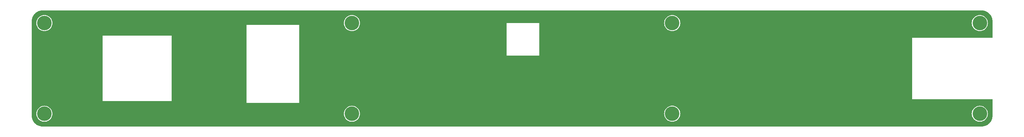
<source format=gbr>
G04 #@! TF.GenerationSoftware,KiCad,Pcbnew,7.0.2-0*
G04 #@! TF.CreationDate,2023-05-18T01:14:40+02:00*
G04 #@! TF.ProjectId,LC,4c432e6b-6963-4616-945f-706362585858,rev?*
G04 #@! TF.SameCoordinates,PXfd9f08PY7735940*
G04 #@! TF.FileFunction,Copper,L1,Top*
G04 #@! TF.FilePolarity,Positive*
%FSLAX46Y46*%
G04 Gerber Fmt 4.6, Leading zero omitted, Abs format (unit mm)*
G04 Created by KiCad (PCBNEW 7.0.2-0) date 2023-05-18 01:14:40*
%MOMM*%
%LPD*%
G01*
G04 APERTURE LIST*
G04 #@! TA.AperFunction,ComponentPad*
%ADD10C,4.000000*%
G04 #@! TD*
G04 APERTURE END LIST*
D10*
X3500000Y28500000D03*
X3500000Y3500000D03*
X88000000Y28500000D03*
X88000000Y3500000D03*
X176000000Y28500000D03*
X176000000Y3528700D03*
X260500000Y28500000D03*
X260500000Y3500000D03*
G04 #@! TA.AperFunction,NonConductor*
G36*
X261001926Y31999400D02*
G01*
X261133863Y31992484D01*
X261316396Y31982232D01*
X261323803Y31981440D01*
X261475994Y31957334D01*
X261637583Y31929878D01*
X261644309Y31928409D01*
X261797007Y31887493D01*
X261951171Y31843078D01*
X261957173Y31841065D01*
X262105567Y31784102D01*
X262107300Y31783410D01*
X262253477Y31722861D01*
X262258731Y31720440D01*
X262343722Y31677134D01*
X262401031Y31647933D01*
X262403230Y31646766D01*
X262540974Y31570638D01*
X262545483Y31567932D01*
X262679810Y31480698D01*
X262682328Y31478988D01*
X262810284Y31388197D01*
X262814032Y31385355D01*
X262938716Y31284388D01*
X262941456Y31282056D01*
X263058275Y31177660D01*
X263061291Y31174809D01*
X263174816Y31061283D01*
X263177667Y31058267D01*
X263282024Y30941492D01*
X263284356Y30938751D01*
X263385383Y30813992D01*
X263388225Y30810245D01*
X263478901Y30682450D01*
X263480612Y30679931D01*
X263567987Y30545385D01*
X263570691Y30540877D01*
X263646622Y30403491D01*
X263647791Y30401291D01*
X263720479Y30258630D01*
X263722911Y30253354D01*
X263783234Y30107722D01*
X263783952Y30105922D01*
X263841098Y29957051D01*
X263843121Y29951018D01*
X263887291Y29797701D01*
X263928433Y29644159D01*
X263929907Y29637408D01*
X263957103Y29477348D01*
X263981446Y29323649D01*
X263982241Y29316224D01*
X263992216Y29138607D01*
X263999399Y29001530D01*
X263999500Y28997689D01*
X263999500Y24524500D01*
X263982187Y24476934D01*
X263938350Y24451624D01*
X263925500Y24450500D01*
X241914816Y24450500D01*
X241914610Y24450541D01*
X241900000Y24450541D01*
X241899901Y24450500D01*
X241899617Y24450384D01*
X241899458Y24450000D01*
X241899468Y24435339D01*
X241899500Y24435184D01*
X241899500Y7564682D01*
X241899433Y7564344D01*
X241899459Y7550000D01*
X241899500Y7549901D01*
X241899616Y7549618D01*
X241899617Y7549617D01*
X241900000Y7549459D01*
X241914660Y7549469D01*
X241914817Y7549500D01*
X263925500Y7549500D01*
X263973066Y7532187D01*
X263998376Y7488350D01*
X263999500Y7475500D01*
X263999500Y3001947D01*
X263999399Y2998074D01*
X263992509Y2866624D01*
X263982230Y2683591D01*
X263981435Y2676165D01*
X263957398Y2524392D01*
X263929872Y2362386D01*
X263928397Y2355632D01*
X263887589Y2203332D01*
X263843057Y2048759D01*
X263841036Y2042732D01*
X263784241Y1894777D01*
X263783523Y1892977D01*
X263722815Y1746416D01*
X263720383Y1741140D01*
X263648085Y1599246D01*
X263646917Y1597046D01*
X263570551Y1458871D01*
X263567846Y1454363D01*
X263480892Y1320465D01*
X263479181Y1317946D01*
X263388042Y1189499D01*
X263385200Y1185752D01*
X263284635Y1061562D01*
X263282303Y1058821D01*
X263177424Y941462D01*
X263174573Y938446D01*
X263061565Y825437D01*
X263058548Y822585D01*
X262941141Y717665D01*
X262938402Y715334D01*
X262814292Y614831D01*
X262810544Y611989D01*
X262681936Y520735D01*
X262679417Y519024D01*
X262545723Y432202D01*
X262541215Y429497D01*
X262402718Y352953D01*
X262400519Y351786D01*
X262258978Y279666D01*
X262253701Y277233D01*
X262106622Y216311D01*
X262104823Y215593D01*
X261957411Y159006D01*
X261951377Y156983D01*
X261795943Y112202D01*
X261644533Y71631D01*
X261637782Y70157D01*
X261474144Y42353D01*
X261324012Y18575D01*
X261316587Y17780D01*
X261128289Y7205D01*
X261002304Y601D01*
X260998431Y500D01*
X3001946Y500D01*
X2998073Y601D01*
X2866617Y7491D01*
X2683589Y17770D01*
X2676163Y18565D01*
X2524369Y42606D01*
X2362395Y70126D01*
X2355639Y71601D01*
X2203297Y112421D01*
X2048769Y156941D01*
X2042742Y158962D01*
X1894724Y215780D01*
X1892925Y216498D01*
X1746432Y277177D01*
X1741154Y279610D01*
X1599197Y351942D01*
X1596998Y353109D01*
X1458907Y429428D01*
X1454399Y432133D01*
X1320396Y519156D01*
X1317877Y520867D01*
X1189560Y611914D01*
X1185812Y614756D01*
X1061488Y715431D01*
X1058748Y717762D01*
X941531Y822513D01*
X938515Y825365D01*
X825363Y938517D01*
X822511Y941533D01*
X717760Y1058750D01*
X715429Y1061490D01*
X614754Y1185814D01*
X611912Y1189562D01*
X537144Y1294936D01*
X520858Y1317889D01*
X519154Y1320398D01*
X432122Y1454416D01*
X429436Y1458892D01*
X353107Y1597000D01*
X351940Y1599199D01*
X325221Y1651636D01*
X279602Y1741168D01*
X277180Y1746422D01*
X216476Y1892977D01*
X215778Y1894726D01*
X215758Y1894777D01*
X158959Y2042745D01*
X156938Y2048774D01*
X112411Y2203332D01*
X71596Y2355654D01*
X70132Y2362356D01*
X42611Y2524334D01*
X18561Y2676178D01*
X17769Y2683573D01*
X7503Y2866372D01*
X601Y2998074D01*
X500Y3001946D01*
X500Y3500000D01*
X1294778Y3500000D01*
X1313644Y3212161D01*
X1369919Y2929247D01*
X1370693Y2926965D01*
X1370695Y2926960D01*
X1453308Y2683591D01*
X1462641Y2656098D01*
X1463710Y2653930D01*
X1463711Y2653928D01*
X1589150Y2399561D01*
X1589156Y2399551D01*
X1590222Y2397389D01*
X1591566Y2395377D01*
X1591567Y2395376D01*
X1749137Y2159555D01*
X1749141Y2159549D01*
X1750480Y2157546D01*
X1752067Y2155736D01*
X1752072Y2155730D01*
X1851169Y2042732D01*
X1940673Y1940673D01*
X1942493Y1939077D01*
X2155729Y1752073D01*
X2155733Y1752070D01*
X2157546Y1750480D01*
X2397389Y1590222D01*
X2399555Y1589154D01*
X2399560Y1589151D01*
X2526743Y1526432D01*
X2656098Y1462641D01*
X2929247Y1369919D01*
X3212161Y1313644D01*
X3500000Y1294778D01*
X3787839Y1313644D01*
X4070753Y1369919D01*
X4343902Y1462641D01*
X4602611Y1590222D01*
X4842454Y1750480D01*
X5059327Y1940673D01*
X5249520Y2157546D01*
X5409778Y2397389D01*
X5537359Y2656098D01*
X5630081Y2929247D01*
X5686356Y3212161D01*
X5705222Y3500000D01*
X85794778Y3500000D01*
X85813644Y3212161D01*
X85869919Y2929247D01*
X85870693Y2926965D01*
X85870695Y2926960D01*
X85953308Y2683591D01*
X85962641Y2656098D01*
X85963710Y2653930D01*
X85963711Y2653928D01*
X86089150Y2399561D01*
X86089156Y2399551D01*
X86090222Y2397389D01*
X86091566Y2395377D01*
X86091567Y2395376D01*
X86249137Y2159555D01*
X86249141Y2159549D01*
X86250480Y2157546D01*
X86252067Y2155736D01*
X86252072Y2155730D01*
X86351169Y2042732D01*
X86440673Y1940673D01*
X86442493Y1939077D01*
X86655729Y1752073D01*
X86655733Y1752070D01*
X86657546Y1750480D01*
X86897389Y1590222D01*
X86899555Y1589154D01*
X86899560Y1589151D01*
X87026743Y1526432D01*
X87156098Y1462641D01*
X87429247Y1369919D01*
X87712161Y1313644D01*
X88000000Y1294778D01*
X88287839Y1313644D01*
X88570753Y1369919D01*
X88843902Y1462641D01*
X89102611Y1590222D01*
X89342454Y1750480D01*
X89559327Y1940673D01*
X89749520Y2157546D01*
X89909778Y2397389D01*
X90037359Y2656098D01*
X90130081Y2929247D01*
X90186356Y3212161D01*
X90205222Y3500000D01*
X90203341Y3528700D01*
X173794778Y3528700D01*
X173813644Y3240861D01*
X173869919Y2957947D01*
X173870693Y2955665D01*
X173870695Y2955660D01*
X173900919Y2866624D01*
X173962641Y2684798D01*
X173963710Y2682630D01*
X173963711Y2682628D01*
X174089150Y2428261D01*
X174089156Y2428251D01*
X174090222Y2426089D01*
X174091566Y2424077D01*
X174091567Y2424076D01*
X174249137Y2188255D01*
X174249141Y2188249D01*
X174250480Y2186246D01*
X174252067Y2184436D01*
X174252072Y2184430D01*
X174371040Y2048774D01*
X174440673Y1969373D01*
X174442493Y1967777D01*
X174655729Y1780773D01*
X174655733Y1780770D01*
X174657546Y1779180D01*
X174659551Y1777841D01*
X174659554Y1777838D01*
X174702507Y1749138D01*
X174897389Y1618922D01*
X174899555Y1617854D01*
X174899560Y1617851D01*
X175026743Y1555132D01*
X175156098Y1491341D01*
X175429247Y1398619D01*
X175712161Y1342344D01*
X176000000Y1323478D01*
X176287839Y1342344D01*
X176570753Y1398619D01*
X176843902Y1491341D01*
X177102611Y1618922D01*
X177342454Y1779180D01*
X177559327Y1969373D01*
X177749520Y2186246D01*
X177909778Y2426089D01*
X178037359Y2684798D01*
X178130081Y2957947D01*
X178186356Y3240861D01*
X178203341Y3500000D01*
X258294778Y3500000D01*
X258313644Y3212161D01*
X258369919Y2929247D01*
X258370693Y2926965D01*
X258370695Y2926960D01*
X258453308Y2683591D01*
X258462641Y2656098D01*
X258463710Y2653930D01*
X258463711Y2653928D01*
X258589150Y2399561D01*
X258589156Y2399551D01*
X258590222Y2397389D01*
X258591566Y2395377D01*
X258591567Y2395376D01*
X258749137Y2159555D01*
X258749141Y2159549D01*
X258750480Y2157546D01*
X258752067Y2155736D01*
X258752072Y2155730D01*
X258851169Y2042732D01*
X258940673Y1940673D01*
X258942493Y1939077D01*
X259155729Y1752073D01*
X259155733Y1752070D01*
X259157546Y1750480D01*
X259397389Y1590222D01*
X259399555Y1589154D01*
X259399560Y1589151D01*
X259526743Y1526432D01*
X259656098Y1462641D01*
X259929247Y1369919D01*
X260212161Y1313644D01*
X260500000Y1294778D01*
X260787839Y1313644D01*
X261070753Y1369919D01*
X261343902Y1462641D01*
X261602611Y1590222D01*
X261842454Y1750480D01*
X262059327Y1940673D01*
X262249520Y2157546D01*
X262409778Y2397389D01*
X262537359Y2656098D01*
X262630081Y2929247D01*
X262686356Y3212161D01*
X262705222Y3500000D01*
X262686356Y3787839D01*
X262630081Y4070753D01*
X262537359Y4343902D01*
X262409778Y4602611D01*
X262249520Y4842454D01*
X262222757Y4872971D01*
X262060923Y5057507D01*
X262059327Y5059327D01*
X262024780Y5089624D01*
X261844270Y5247928D01*
X261844264Y5247933D01*
X261842454Y5249520D01*
X261840451Y5250859D01*
X261840445Y5250863D01*
X261604624Y5408433D01*
X261604623Y5408434D01*
X261602611Y5409778D01*
X261600449Y5410844D01*
X261600439Y5410850D01*
X261346072Y5536289D01*
X261346070Y5536290D01*
X261343902Y5537359D01*
X261341615Y5538136D01*
X261341611Y5538137D01*
X261073040Y5629305D01*
X261073035Y5629307D01*
X261070753Y5630081D01*
X261047288Y5634749D01*
X260790208Y5685885D01*
X260790204Y5685886D01*
X260787839Y5686356D01*
X260785435Y5686514D01*
X260785432Y5686514D01*
X260502411Y5705064D01*
X260500000Y5705222D01*
X260497589Y5705064D01*
X260214567Y5686514D01*
X260214562Y5686514D01*
X260212161Y5686356D01*
X260209797Y5685886D01*
X260209791Y5685885D01*
X259931619Y5630553D01*
X259931616Y5630553D01*
X259929247Y5630081D01*
X259926968Y5629308D01*
X259926959Y5629305D01*
X259658388Y5538137D01*
X259658379Y5538134D01*
X259656098Y5537359D01*
X259653934Y5536293D01*
X259653927Y5536289D01*
X259399560Y5410850D01*
X259399543Y5410841D01*
X259397389Y5409778D01*
X259395382Y5408438D01*
X259395375Y5408433D01*
X259159554Y5250863D01*
X259159540Y5250853D01*
X259157546Y5249520D01*
X259155742Y5247939D01*
X259155729Y5247928D01*
X258942493Y5060924D01*
X258942485Y5060917D01*
X258940673Y5059327D01*
X258939083Y5057515D01*
X258939076Y5057507D01*
X258752072Y4844271D01*
X258752061Y4844258D01*
X258750480Y4842454D01*
X258749147Y4840460D01*
X258749137Y4840446D01*
X258591567Y4604625D01*
X258591562Y4604618D01*
X258590222Y4602611D01*
X258589159Y4600457D01*
X258589150Y4600440D01*
X258463711Y4346073D01*
X258463707Y4346066D01*
X258462641Y4343902D01*
X258461866Y4341621D01*
X258461863Y4341612D01*
X258370695Y4073041D01*
X258370692Y4073032D01*
X258369919Y4070753D01*
X258369447Y4068384D01*
X258369447Y4068381D01*
X258319353Y3816539D01*
X258313644Y3787839D01*
X258294778Y3500000D01*
X178203341Y3500000D01*
X178205222Y3528700D01*
X178186356Y3816539D01*
X178130081Y4099453D01*
X178037359Y4372602D01*
X177925002Y4600440D01*
X177910849Y4629140D01*
X177910846Y4629145D01*
X177909778Y4631311D01*
X177830868Y4749407D01*
X177750862Y4869146D01*
X177750859Y4869149D01*
X177749520Y4871154D01*
X177559327Y5088027D01*
X177557506Y5089624D01*
X177344270Y5276628D01*
X177344264Y5276633D01*
X177342454Y5278220D01*
X177340451Y5279559D01*
X177340445Y5279563D01*
X177104624Y5437133D01*
X177104623Y5437134D01*
X177102611Y5438478D01*
X177100449Y5439544D01*
X177100439Y5439550D01*
X176846072Y5564989D01*
X176846070Y5564990D01*
X176843902Y5566059D01*
X176841615Y5566836D01*
X176841611Y5566837D01*
X176573040Y5658005D01*
X176573035Y5658007D01*
X176570753Y5658781D01*
X176431330Y5686514D01*
X176290208Y5714585D01*
X176290204Y5714586D01*
X176287839Y5715056D01*
X176285435Y5715214D01*
X176285432Y5715214D01*
X176002411Y5733764D01*
X176000000Y5733922D01*
X175997589Y5733764D01*
X175714567Y5715214D01*
X175714562Y5715214D01*
X175712161Y5715056D01*
X175709797Y5714586D01*
X175709791Y5714585D01*
X175431619Y5659253D01*
X175431616Y5659253D01*
X175429247Y5658781D01*
X175426968Y5658008D01*
X175426959Y5658005D01*
X175158388Y5566837D01*
X175158379Y5566834D01*
X175156098Y5566059D01*
X175153934Y5564993D01*
X175153927Y5564989D01*
X174899560Y5439550D01*
X174899543Y5439541D01*
X174897389Y5438478D01*
X174895382Y5437138D01*
X174895375Y5437133D01*
X174659554Y5279563D01*
X174659540Y5279553D01*
X174657546Y5278220D01*
X174655742Y5276639D01*
X174655729Y5276628D01*
X174442493Y5089624D01*
X174442485Y5089617D01*
X174440673Y5088027D01*
X174439083Y5086215D01*
X174439076Y5086207D01*
X174252072Y4872971D01*
X174252061Y4872958D01*
X174250480Y4871154D01*
X174249147Y4869160D01*
X174249137Y4869146D01*
X174091567Y4633325D01*
X174091562Y4633318D01*
X174090222Y4631311D01*
X174089159Y4629157D01*
X174089150Y4629140D01*
X173963711Y4374773D01*
X173963707Y4374766D01*
X173962641Y4372602D01*
X173961866Y4370321D01*
X173961863Y4370312D01*
X173870695Y4101741D01*
X173870692Y4101732D01*
X173869919Y4099453D01*
X173813644Y3816539D01*
X173794778Y3528700D01*
X90203341Y3528700D01*
X90186356Y3787839D01*
X90130081Y4070753D01*
X90037359Y4343902D01*
X89909778Y4602611D01*
X89749520Y4842454D01*
X89722757Y4872971D01*
X89560923Y5057507D01*
X89559327Y5059327D01*
X89524780Y5089624D01*
X89344270Y5247928D01*
X89344264Y5247933D01*
X89342454Y5249520D01*
X89340451Y5250859D01*
X89340445Y5250863D01*
X89104624Y5408433D01*
X89104623Y5408434D01*
X89102611Y5409778D01*
X89100449Y5410844D01*
X89100439Y5410850D01*
X88846072Y5536289D01*
X88846070Y5536290D01*
X88843902Y5537359D01*
X88841615Y5538136D01*
X88841611Y5538137D01*
X88573040Y5629305D01*
X88573035Y5629307D01*
X88570753Y5630081D01*
X88547288Y5634749D01*
X88290208Y5685885D01*
X88290204Y5685886D01*
X88287839Y5686356D01*
X88285435Y5686514D01*
X88285432Y5686514D01*
X88002411Y5705064D01*
X88000000Y5705222D01*
X87997589Y5705064D01*
X87714567Y5686514D01*
X87714562Y5686514D01*
X87712161Y5686356D01*
X87709797Y5685886D01*
X87709791Y5685885D01*
X87431619Y5630553D01*
X87431616Y5630553D01*
X87429247Y5630081D01*
X87426968Y5629308D01*
X87426959Y5629305D01*
X87158388Y5538137D01*
X87158379Y5538134D01*
X87156098Y5537359D01*
X87153934Y5536293D01*
X87153927Y5536289D01*
X86899560Y5410850D01*
X86899543Y5410841D01*
X86897389Y5409778D01*
X86895382Y5408438D01*
X86895375Y5408433D01*
X86659554Y5250863D01*
X86659540Y5250853D01*
X86657546Y5249520D01*
X86655742Y5247939D01*
X86655729Y5247928D01*
X86442493Y5060924D01*
X86442485Y5060917D01*
X86440673Y5059327D01*
X86439083Y5057515D01*
X86439076Y5057507D01*
X86252072Y4844271D01*
X86252061Y4844258D01*
X86250480Y4842454D01*
X86249147Y4840460D01*
X86249137Y4840446D01*
X86091567Y4604625D01*
X86091562Y4604618D01*
X86090222Y4602611D01*
X86089159Y4600457D01*
X86089150Y4600440D01*
X85963711Y4346073D01*
X85963707Y4346066D01*
X85962641Y4343902D01*
X85961866Y4341621D01*
X85961863Y4341612D01*
X85870695Y4073041D01*
X85870692Y4073032D01*
X85869919Y4070753D01*
X85869447Y4068384D01*
X85869447Y4068381D01*
X85819353Y3816539D01*
X85813644Y3787839D01*
X85794778Y3500000D01*
X5705222Y3500000D01*
X5686356Y3787839D01*
X5630081Y4070753D01*
X5537359Y4343902D01*
X5409778Y4602611D01*
X5249520Y4842454D01*
X5222757Y4872971D01*
X5060923Y5057507D01*
X5059327Y5059327D01*
X5024780Y5089624D01*
X4844270Y5247928D01*
X4844264Y5247933D01*
X4842454Y5249520D01*
X4840451Y5250859D01*
X4840445Y5250863D01*
X4604624Y5408433D01*
X4604623Y5408434D01*
X4602611Y5409778D01*
X4600449Y5410844D01*
X4600439Y5410850D01*
X4346072Y5536289D01*
X4346070Y5536290D01*
X4343902Y5537359D01*
X4341615Y5538136D01*
X4341611Y5538137D01*
X4073040Y5629305D01*
X4073035Y5629307D01*
X4070753Y5630081D01*
X4047288Y5634749D01*
X3790208Y5685885D01*
X3790204Y5685886D01*
X3787839Y5686356D01*
X3785435Y5686514D01*
X3785432Y5686514D01*
X3502411Y5705064D01*
X3500000Y5705222D01*
X3497589Y5705064D01*
X3214567Y5686514D01*
X3214562Y5686514D01*
X3212161Y5686356D01*
X3209797Y5685886D01*
X3209791Y5685885D01*
X2931619Y5630553D01*
X2931616Y5630553D01*
X2929247Y5630081D01*
X2926968Y5629308D01*
X2926959Y5629305D01*
X2658388Y5538137D01*
X2658379Y5538134D01*
X2656098Y5537359D01*
X2653934Y5536293D01*
X2653927Y5536289D01*
X2399560Y5410850D01*
X2399543Y5410841D01*
X2397389Y5409778D01*
X2395382Y5408438D01*
X2395375Y5408433D01*
X2159554Y5250863D01*
X2159540Y5250853D01*
X2157546Y5249520D01*
X2155742Y5247939D01*
X2155729Y5247928D01*
X1942493Y5060924D01*
X1942485Y5060917D01*
X1940673Y5059327D01*
X1939083Y5057515D01*
X1939076Y5057507D01*
X1752072Y4844271D01*
X1752061Y4844258D01*
X1750480Y4842454D01*
X1749147Y4840460D01*
X1749137Y4840446D01*
X1591567Y4604625D01*
X1591562Y4604618D01*
X1590222Y4602611D01*
X1589159Y4600457D01*
X1589150Y4600440D01*
X1463711Y4346073D01*
X1463707Y4346066D01*
X1462641Y4343902D01*
X1461866Y4341621D01*
X1461863Y4341612D01*
X1370695Y4073041D01*
X1370692Y4073032D01*
X1369919Y4070753D01*
X1369447Y4068384D01*
X1369447Y4068381D01*
X1319353Y3816539D01*
X1313644Y3787839D01*
X1294778Y3500000D01*
X500Y3500000D01*
X500Y6514344D01*
X58999433Y6514344D01*
X58999459Y6500000D01*
X58999500Y6499901D01*
X58999616Y6499618D01*
X58999617Y6499617D01*
X59000000Y6499459D01*
X59014660Y6499469D01*
X59014817Y6499500D01*
X73485183Y6499500D01*
X73485339Y6499469D01*
X73499999Y6499459D01*
X73499999Y6499460D01*
X73500000Y6499459D01*
X73500383Y6499617D01*
X73500500Y6499901D01*
X73500541Y6500000D01*
X73500540Y6500002D01*
X73500541Y6500002D01*
X73500566Y6514344D01*
X73500500Y6514682D01*
X73500500Y19514344D01*
X130499433Y19514344D01*
X130499459Y19500000D01*
X130499500Y19499901D01*
X130499616Y19499618D01*
X130499617Y19499617D01*
X130500000Y19499459D01*
X130514660Y19499469D01*
X130514817Y19499500D01*
X139485183Y19499500D01*
X139485339Y19499469D01*
X139499999Y19499459D01*
X139499999Y19499460D01*
X139500000Y19499459D01*
X139500383Y19499617D01*
X139500500Y19499901D01*
X139500541Y19500000D01*
X139500540Y19500002D01*
X139500541Y19500002D01*
X139500566Y19514344D01*
X139500500Y19514682D01*
X139500500Y28485184D01*
X139500531Y28485339D01*
X139500541Y28500000D01*
X173794778Y28500000D01*
X173813644Y28212161D01*
X173869919Y27929247D01*
X173962641Y27656098D01*
X173963710Y27653930D01*
X173963711Y27653928D01*
X174089150Y27399561D01*
X174089156Y27399551D01*
X174090222Y27397389D01*
X174091566Y27395377D01*
X174091567Y27395376D01*
X174249137Y27159555D01*
X174249141Y27159549D01*
X174250480Y27157546D01*
X174252067Y27155736D01*
X174252072Y27155730D01*
X174439076Y26942494D01*
X174440673Y26940673D01*
X174442493Y26939077D01*
X174655729Y26752073D01*
X174655733Y26752070D01*
X174657546Y26750480D01*
X174897389Y26590222D01*
X174899555Y26589154D01*
X174899560Y26589151D01*
X175026743Y26526432D01*
X175156098Y26462641D01*
X175429247Y26369919D01*
X175712161Y26313644D01*
X176000000Y26294778D01*
X176287839Y26313644D01*
X176570753Y26369919D01*
X176843902Y26462641D01*
X177102611Y26590222D01*
X177342454Y26750480D01*
X177559327Y26940673D01*
X177749520Y27157546D01*
X177909778Y27397389D01*
X178037359Y27656098D01*
X178130081Y27929247D01*
X178186356Y28212161D01*
X178205222Y28500000D01*
X258294778Y28500000D01*
X258313644Y28212161D01*
X258369919Y27929247D01*
X258462641Y27656098D01*
X258463710Y27653930D01*
X258463711Y27653928D01*
X258589150Y27399561D01*
X258589156Y27399551D01*
X258590222Y27397389D01*
X258591566Y27395377D01*
X258591567Y27395376D01*
X258749137Y27159555D01*
X258749141Y27159549D01*
X258750480Y27157546D01*
X258752067Y27155736D01*
X258752072Y27155730D01*
X258939076Y26942494D01*
X258940673Y26940673D01*
X258942493Y26939077D01*
X259155729Y26752073D01*
X259155733Y26752070D01*
X259157546Y26750480D01*
X259397389Y26590222D01*
X259399555Y26589154D01*
X259399560Y26589151D01*
X259526743Y26526432D01*
X259656098Y26462641D01*
X259929247Y26369919D01*
X260212161Y26313644D01*
X260500000Y26294778D01*
X260787839Y26313644D01*
X261070753Y26369919D01*
X261343902Y26462641D01*
X261602611Y26590222D01*
X261842454Y26750480D01*
X262059327Y26940673D01*
X262249520Y27157546D01*
X262409778Y27397389D01*
X262537359Y27656098D01*
X262630081Y27929247D01*
X262686356Y28212161D01*
X262705222Y28500000D01*
X262686356Y28787839D01*
X262630081Y29070753D01*
X262537359Y29343902D01*
X262409778Y29602611D01*
X262249520Y29842454D01*
X262148839Y29957258D01*
X262060923Y30057507D01*
X262059327Y30059327D01*
X262039450Y30076759D01*
X261844270Y30247928D01*
X261844264Y30247933D01*
X261842454Y30249520D01*
X261840451Y30250859D01*
X261840445Y30250863D01*
X261604624Y30408433D01*
X261604623Y30408434D01*
X261602611Y30409778D01*
X261600449Y30410844D01*
X261600439Y30410850D01*
X261346072Y30536289D01*
X261346070Y30536290D01*
X261343902Y30537359D01*
X261341615Y30538136D01*
X261341611Y30538137D01*
X261073040Y30629305D01*
X261073035Y30629307D01*
X261070753Y30630081D01*
X261047288Y30634749D01*
X260790208Y30685885D01*
X260790204Y30685886D01*
X260787839Y30686356D01*
X260785435Y30686514D01*
X260785432Y30686514D01*
X260502411Y30705064D01*
X260500000Y30705222D01*
X260497589Y30705064D01*
X260214567Y30686514D01*
X260214562Y30686514D01*
X260212161Y30686356D01*
X260209797Y30685886D01*
X260209791Y30685885D01*
X259931619Y30630553D01*
X259931616Y30630553D01*
X259929247Y30630081D01*
X259926968Y30629308D01*
X259926959Y30629305D01*
X259658388Y30538137D01*
X259658379Y30538134D01*
X259656098Y30537359D01*
X259653934Y30536293D01*
X259653927Y30536289D01*
X259399560Y30410850D01*
X259399543Y30410841D01*
X259397389Y30409778D01*
X259395382Y30408438D01*
X259395375Y30408433D01*
X259159554Y30250863D01*
X259159540Y30250853D01*
X259157546Y30249520D01*
X259155742Y30247939D01*
X259155729Y30247928D01*
X258942493Y30060924D01*
X258942485Y30060917D01*
X258940673Y30059327D01*
X258939083Y30057515D01*
X258939076Y30057507D01*
X258752072Y29844271D01*
X258752061Y29844258D01*
X258750480Y29842454D01*
X258749147Y29840460D01*
X258749137Y29840446D01*
X258591567Y29604625D01*
X258591562Y29604618D01*
X258590222Y29602611D01*
X258589159Y29600457D01*
X258589150Y29600440D01*
X258463711Y29346073D01*
X258463707Y29346066D01*
X258462641Y29343902D01*
X258461866Y29341621D01*
X258461863Y29341612D01*
X258370695Y29073041D01*
X258370692Y29073032D01*
X258369919Y29070753D01*
X258369447Y29068384D01*
X258369447Y29068381D01*
X258355386Y28997689D01*
X258313644Y28787839D01*
X258294778Y28500000D01*
X178205222Y28500000D01*
X178186356Y28787839D01*
X178130081Y29070753D01*
X178037359Y29343902D01*
X177909778Y29602611D01*
X177749520Y29842454D01*
X177648839Y29957258D01*
X177560923Y30057507D01*
X177559327Y30059327D01*
X177539450Y30076759D01*
X177344270Y30247928D01*
X177344264Y30247933D01*
X177342454Y30249520D01*
X177340451Y30250859D01*
X177340445Y30250863D01*
X177104624Y30408433D01*
X177104623Y30408434D01*
X177102611Y30409778D01*
X177100449Y30410844D01*
X177100439Y30410850D01*
X176846072Y30536289D01*
X176846070Y30536290D01*
X176843902Y30537359D01*
X176841615Y30538136D01*
X176841611Y30538137D01*
X176573040Y30629305D01*
X176573035Y30629307D01*
X176570753Y30630081D01*
X176547288Y30634749D01*
X176290208Y30685885D01*
X176290204Y30685886D01*
X176287839Y30686356D01*
X176285435Y30686514D01*
X176285432Y30686514D01*
X176002411Y30705064D01*
X176000000Y30705222D01*
X175997589Y30705064D01*
X175714567Y30686514D01*
X175714562Y30686514D01*
X175712161Y30686356D01*
X175709797Y30685886D01*
X175709791Y30685885D01*
X175431619Y30630553D01*
X175431616Y30630553D01*
X175429247Y30630081D01*
X175426968Y30629308D01*
X175426959Y30629305D01*
X175158388Y30538137D01*
X175158379Y30538134D01*
X175156098Y30537359D01*
X175153934Y30536293D01*
X175153927Y30536289D01*
X174899560Y30410850D01*
X174899543Y30410841D01*
X174897389Y30409778D01*
X174895382Y30408438D01*
X174895375Y30408433D01*
X174659554Y30250863D01*
X174659540Y30250853D01*
X174657546Y30249520D01*
X174655742Y30247939D01*
X174655729Y30247928D01*
X174442493Y30060924D01*
X174442485Y30060917D01*
X174440673Y30059327D01*
X174439083Y30057515D01*
X174439076Y30057507D01*
X174252072Y29844271D01*
X174252061Y29844258D01*
X174250480Y29842454D01*
X174249147Y29840460D01*
X174249137Y29840446D01*
X174091567Y29604625D01*
X174091562Y29604618D01*
X174090222Y29602611D01*
X174089159Y29600457D01*
X174089150Y29600440D01*
X173963711Y29346073D01*
X173963707Y29346066D01*
X173962641Y29343902D01*
X173961866Y29341621D01*
X173961863Y29341612D01*
X173870695Y29073041D01*
X173870692Y29073032D01*
X173869919Y29070753D01*
X173869447Y29068384D01*
X173869447Y29068381D01*
X173855386Y28997689D01*
X173813644Y28787839D01*
X173794778Y28500000D01*
X139500541Y28500000D01*
X139500383Y28500383D01*
X139500381Y28500384D01*
X139500099Y28500500D01*
X139500000Y28500541D01*
X139499999Y28500541D01*
X139485390Y28500541D01*
X139485184Y28500500D01*
X130514816Y28500500D01*
X130514610Y28500541D01*
X130500000Y28500541D01*
X130499901Y28500500D01*
X130499617Y28500384D01*
X130499458Y28500000D01*
X130499468Y28485339D01*
X130499500Y28485184D01*
X130499500Y19514682D01*
X130499433Y19514344D01*
X73500500Y19514344D01*
X73500500Y27985184D01*
X73500531Y27985339D01*
X73500541Y28000000D01*
X73500383Y28000383D01*
X73500381Y28000384D01*
X73500099Y28000500D01*
X73500000Y28000541D01*
X73499999Y28000541D01*
X73485390Y28000541D01*
X73485184Y28000500D01*
X59014816Y28000500D01*
X59014610Y28000541D01*
X59000000Y28000541D01*
X58999901Y28000500D01*
X58999617Y28000384D01*
X58999458Y28000000D01*
X58999468Y27985339D01*
X58999500Y27985184D01*
X58999500Y6514682D01*
X58999433Y6514344D01*
X500Y6514344D01*
X500Y7014344D01*
X19499433Y7014344D01*
X19499459Y7000000D01*
X19499500Y6999901D01*
X19499616Y6999618D01*
X19499617Y6999617D01*
X19500000Y6999459D01*
X19514660Y6999469D01*
X19514817Y6999500D01*
X38485183Y6999500D01*
X38485339Y6999469D01*
X38499999Y6999459D01*
X38499999Y6999460D01*
X38500000Y6999459D01*
X38500383Y6999617D01*
X38500500Y6999901D01*
X38500541Y7000000D01*
X38500540Y7000002D01*
X38500541Y7000002D01*
X38500566Y7014344D01*
X38500500Y7014677D01*
X38500500Y24985184D01*
X38500531Y24985339D01*
X38500541Y25000000D01*
X38500383Y25000383D01*
X38500381Y25000384D01*
X38500099Y25000500D01*
X38500000Y25000541D01*
X38499999Y25000541D01*
X38485390Y25000541D01*
X38485184Y25000500D01*
X19514816Y25000500D01*
X19514610Y25000541D01*
X19500000Y25000541D01*
X19499901Y25000500D01*
X19499617Y25000384D01*
X19499458Y25000000D01*
X19499468Y24985339D01*
X19499500Y24985184D01*
X19499500Y7014682D01*
X19499433Y7014344D01*
X500Y7014344D01*
X500Y28500000D01*
X1294778Y28500000D01*
X1313644Y28212161D01*
X1369919Y27929247D01*
X1462641Y27656098D01*
X1463710Y27653930D01*
X1463711Y27653928D01*
X1589150Y27399561D01*
X1589156Y27399551D01*
X1590222Y27397389D01*
X1591566Y27395377D01*
X1591567Y27395376D01*
X1749137Y27159555D01*
X1749141Y27159549D01*
X1750480Y27157546D01*
X1752067Y27155736D01*
X1752072Y27155730D01*
X1939076Y26942494D01*
X1940673Y26940673D01*
X1942493Y26939077D01*
X2155729Y26752073D01*
X2155733Y26752070D01*
X2157546Y26750480D01*
X2397389Y26590222D01*
X2399555Y26589154D01*
X2399560Y26589151D01*
X2526743Y26526432D01*
X2656098Y26462641D01*
X2929247Y26369919D01*
X3212161Y26313644D01*
X3500000Y26294778D01*
X3787839Y26313644D01*
X4070753Y26369919D01*
X4343902Y26462641D01*
X4602611Y26590222D01*
X4842454Y26750480D01*
X5059327Y26940673D01*
X5249520Y27157546D01*
X5409778Y27397389D01*
X5537359Y27656098D01*
X5630081Y27929247D01*
X5686356Y28212161D01*
X5705222Y28500000D01*
X85794778Y28500000D01*
X85813644Y28212161D01*
X85869919Y27929247D01*
X85962641Y27656098D01*
X85963710Y27653930D01*
X85963711Y27653928D01*
X86089150Y27399561D01*
X86089156Y27399551D01*
X86090222Y27397389D01*
X86091566Y27395377D01*
X86091567Y27395376D01*
X86249137Y27159555D01*
X86249141Y27159549D01*
X86250480Y27157546D01*
X86252067Y27155736D01*
X86252072Y27155730D01*
X86439076Y26942494D01*
X86440673Y26940673D01*
X86442493Y26939077D01*
X86655729Y26752073D01*
X86655733Y26752070D01*
X86657546Y26750480D01*
X86897389Y26590222D01*
X86899555Y26589154D01*
X86899560Y26589151D01*
X87026743Y26526432D01*
X87156098Y26462641D01*
X87429247Y26369919D01*
X87712161Y26313644D01*
X88000000Y26294778D01*
X88287839Y26313644D01*
X88570753Y26369919D01*
X88843902Y26462641D01*
X89102611Y26590222D01*
X89342454Y26750480D01*
X89559327Y26940673D01*
X89749520Y27157546D01*
X89909778Y27397389D01*
X90037359Y27656098D01*
X90130081Y27929247D01*
X90186356Y28212161D01*
X90205222Y28500000D01*
X90186356Y28787839D01*
X90130081Y29070753D01*
X90037359Y29343902D01*
X89909778Y29602611D01*
X89749520Y29842454D01*
X89648839Y29957258D01*
X89560923Y30057507D01*
X89559327Y30059327D01*
X89539450Y30076759D01*
X89344270Y30247928D01*
X89344264Y30247933D01*
X89342454Y30249520D01*
X89340451Y30250859D01*
X89340445Y30250863D01*
X89104624Y30408433D01*
X89104623Y30408434D01*
X89102611Y30409778D01*
X89100449Y30410844D01*
X89100439Y30410850D01*
X88846072Y30536289D01*
X88846070Y30536290D01*
X88843902Y30537359D01*
X88841615Y30538136D01*
X88841611Y30538137D01*
X88573040Y30629305D01*
X88573035Y30629307D01*
X88570753Y30630081D01*
X88547288Y30634749D01*
X88290208Y30685885D01*
X88290204Y30685886D01*
X88287839Y30686356D01*
X88285435Y30686514D01*
X88285432Y30686514D01*
X88002411Y30705064D01*
X88000000Y30705222D01*
X87997589Y30705064D01*
X87714567Y30686514D01*
X87714562Y30686514D01*
X87712161Y30686356D01*
X87709797Y30685886D01*
X87709791Y30685885D01*
X87431619Y30630553D01*
X87431616Y30630553D01*
X87429247Y30630081D01*
X87426968Y30629308D01*
X87426959Y30629305D01*
X87158388Y30538137D01*
X87158379Y30538134D01*
X87156098Y30537359D01*
X87153934Y30536293D01*
X87153927Y30536289D01*
X86899560Y30410850D01*
X86899543Y30410841D01*
X86897389Y30409778D01*
X86895382Y30408438D01*
X86895375Y30408433D01*
X86659554Y30250863D01*
X86659540Y30250853D01*
X86657546Y30249520D01*
X86655742Y30247939D01*
X86655729Y30247928D01*
X86442493Y30060924D01*
X86442485Y30060917D01*
X86440673Y30059327D01*
X86439083Y30057515D01*
X86439076Y30057507D01*
X86252072Y29844271D01*
X86252061Y29844258D01*
X86250480Y29842454D01*
X86249147Y29840460D01*
X86249137Y29840446D01*
X86091567Y29604625D01*
X86091562Y29604618D01*
X86090222Y29602611D01*
X86089159Y29600457D01*
X86089150Y29600440D01*
X85963711Y29346073D01*
X85963707Y29346066D01*
X85962641Y29343902D01*
X85961866Y29341621D01*
X85961863Y29341612D01*
X85870695Y29073041D01*
X85870692Y29073032D01*
X85869919Y29070753D01*
X85869447Y29068384D01*
X85869447Y29068381D01*
X85855386Y28997689D01*
X85813644Y28787839D01*
X85794778Y28500000D01*
X5705222Y28500000D01*
X5686356Y28787839D01*
X5630081Y29070753D01*
X5537359Y29343902D01*
X5409778Y29602611D01*
X5249520Y29842454D01*
X5148839Y29957258D01*
X5060923Y30057507D01*
X5059327Y30059327D01*
X5039450Y30076759D01*
X4844270Y30247928D01*
X4844264Y30247933D01*
X4842454Y30249520D01*
X4840451Y30250859D01*
X4840445Y30250863D01*
X4604624Y30408433D01*
X4604623Y30408434D01*
X4602611Y30409778D01*
X4600449Y30410844D01*
X4600439Y30410850D01*
X4346072Y30536289D01*
X4346070Y30536290D01*
X4343902Y30537359D01*
X4341615Y30538136D01*
X4341611Y30538137D01*
X4073040Y30629305D01*
X4073035Y30629307D01*
X4070753Y30630081D01*
X4047288Y30634749D01*
X3790208Y30685885D01*
X3790204Y30685886D01*
X3787839Y30686356D01*
X3785435Y30686514D01*
X3785432Y30686514D01*
X3502411Y30705064D01*
X3500000Y30705222D01*
X3497589Y30705064D01*
X3214567Y30686514D01*
X3214562Y30686514D01*
X3212161Y30686356D01*
X3209797Y30685886D01*
X3209791Y30685885D01*
X2931619Y30630553D01*
X2931616Y30630553D01*
X2929247Y30630081D01*
X2926968Y30629308D01*
X2926959Y30629305D01*
X2658388Y30538137D01*
X2658379Y30538134D01*
X2656098Y30537359D01*
X2653934Y30536293D01*
X2653927Y30536289D01*
X2399560Y30410850D01*
X2399543Y30410841D01*
X2397389Y30409778D01*
X2395382Y30408438D01*
X2395375Y30408433D01*
X2159554Y30250863D01*
X2159540Y30250853D01*
X2157546Y30249520D01*
X2155742Y30247939D01*
X2155729Y30247928D01*
X1942493Y30060924D01*
X1942485Y30060917D01*
X1940673Y30059327D01*
X1939083Y30057515D01*
X1939076Y30057507D01*
X1752072Y29844271D01*
X1752061Y29844258D01*
X1750480Y29842454D01*
X1749147Y29840460D01*
X1749137Y29840446D01*
X1591567Y29604625D01*
X1591562Y29604618D01*
X1590222Y29602611D01*
X1589159Y29600457D01*
X1589150Y29600440D01*
X1463711Y29346073D01*
X1463707Y29346066D01*
X1462641Y29343902D01*
X1461866Y29341621D01*
X1461863Y29341612D01*
X1370695Y29073041D01*
X1370692Y29073032D01*
X1369919Y29070753D01*
X1369447Y29068384D01*
X1369447Y29068381D01*
X1355386Y28997689D01*
X1313644Y28787839D01*
X1294778Y28500000D01*
X500Y28500000D01*
X500Y28998056D01*
X601Y29001929D01*
X7490Y29133375D01*
X17758Y29316224D01*
X17769Y29316428D01*
X18560Y29323819D01*
X42611Y29475669D01*
X42897Y29477348D01*
X70132Y29637645D01*
X71597Y29644349D01*
X112421Y29796703D01*
X156939Y29951230D01*
X158954Y29957242D01*
X215810Y30105358D01*
X216463Y30106995D01*
X277189Y30253599D01*
X279593Y30258814D01*
X351957Y30400837D01*
X353089Y30402970D01*
X429450Y30541134D01*
X432106Y30545560D01*
X519192Y30679662D01*
X520826Y30682067D01*
X611926Y30810460D01*
X614739Y30814170D01*
X715458Y30938547D01*
X717730Y30941217D01*
X822546Y31058507D01*
X825328Y31061449D01*
X938551Y31174672D01*
X941493Y31177454D01*
X1058783Y31282270D01*
X1061453Y31284542D01*
X1185830Y31385261D01*
X1189540Y31388074D01*
X1317933Y31479174D01*
X1320338Y31480808D01*
X1454440Y31567894D01*
X1458866Y31570550D01*
X1597030Y31646911D01*
X1599163Y31648043D01*
X1741186Y31720407D01*
X1746401Y31722811D01*
X1893005Y31783537D01*
X1894642Y31784190D01*
X2042758Y31841046D01*
X2048755Y31843057D01*
X2203279Y31887575D01*
X2355662Y31928406D01*
X2362346Y31929866D01*
X2524351Y31957392D01*
X2676181Y31981440D01*
X2683568Y31982230D01*
X2866566Y31992507D01*
X2987392Y31998840D01*
X2998074Y31999399D01*
X3001946Y31999500D01*
X260998054Y31999500D01*
X261001926Y31999400D01*
G37*
G04 #@! TD.AperFunction*
M02*

</source>
